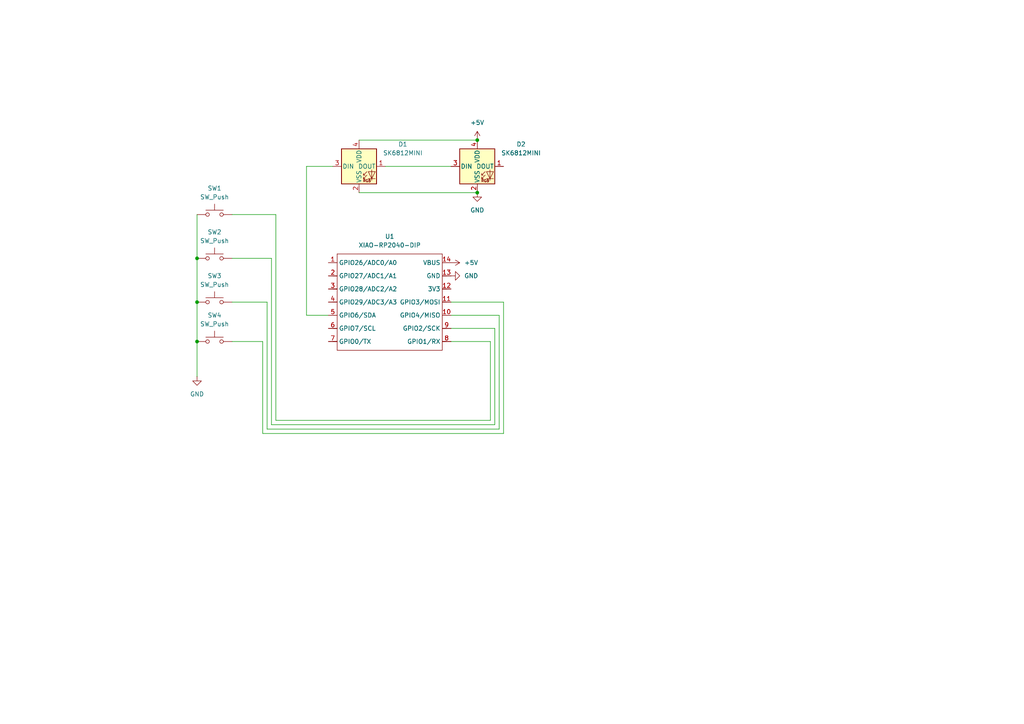
<source format=kicad_sch>
(kicad_sch (version 20250114) (generator "eeschema") (generator_version "9.0")
  (paper "A4")
  (lib_symbols
    (symbol "LED:SK6812MINI" (pin_names (offset 0.254))
      (property "Reference" "D" (at 5.08 5.715 0))
      (property "Value" "SK6812MINI" (at 1.27 -5.715 0))
      (symbol "SK6812MINI_0_0"
        (text "RGB" (at 2.286 -4.191 0) (effects (font (size 0.762 0.762))))
      )
      (symbol "SK6812MINI_0_1"
        (polyline (pts (xy 1.27 -2.54) (xy 1.778 -2.54)))
        (polyline (pts (xy 1.27 -3.556) (xy 1.778 -3.556)))
        (polyline (pts (xy 2.286 -1.524) (xy 1.27 -2.54) (xy 1.27 -2.032)))
        (polyline (pts (xy 2.286 -2.54) (xy 1.27 -3.556) (xy 1.27 -3.048)))
        (polyline (pts (xy 3.683 -1.016) (xy 3.683 -3.556) (xy 3.683 -4.064)))
        (polyline (pts (xy 4.699 -1.524) (xy 2.667 -1.524) (xy 3.683 -3.556) (xy 4.699 -1.524)))
        (polyline (pts (xy 4.699 -3.556) (xy 2.667 -3.556)))
        (rectangle (start 5.08 5.08) (end -5.08 -5.08) (stroke (width 0.254)) (fill (type background)))
      )
      (symbol "SK6812MINI_1_1"
        (pin input line (at -7.62 0 0) (length 2.54) (name "DIN") (number "3"))
        (pin power_in line (at 0 7.62 270) (length 2.54) (name "VDD") (number "4"))
        (pin power_in line (at 0 -7.62 90) (length 2.54) (name "VSS") (number "2"))
        (pin output line (at 7.62 0 180) (length 2.54) (name "DOUT") (number "1"))
      )
    )
    (symbol "OPL:XIAO-RP2040-DIP"
      (property "Reference" "U" (at 0 0 0))
      (property "Value" "XIAO-RP2040-DIP" (at 5.334 -1.778 0))
      (symbol "XIAO-RP2040-DIP_1_0"
        (polyline (pts (xy -1.27 -2.54) (xy 29.21 -2.54)) (stroke (width 0.1524)))
        (polyline (pts (xy -1.27 -5.08) (xy -2.54 -5.08)) (stroke (width 0.1524)))
        (polyline (pts (xy -1.27 -5.08) (xy -1.27 -2.54)) (stroke (width 0.1524)))
        (polyline (pts (xy -1.27 -8.89) (xy -2.54 -8.89)) (stroke (width 0.1524)))
        (polyline (pts (xy -1.27 -8.89) (xy -1.27 -5.08)) (stroke (width 0.1524)))
        (polyline (pts (xy -1.27 -12.7) (xy -2.54 -12.7)) (stroke (width 0.1524)))
        (polyline (pts (xy -1.27 -12.7) (xy -1.27 -8.89)) (stroke (width 0.1524)))
        (polyline (pts (xy -1.27 -16.51) (xy -2.54 -16.51)) (stroke (width 0.1524)))
        (polyline (pts (xy -1.27 -16.51) (xy -1.27 -12.7)) (stroke (width 0.1524)))
        (polyline (pts (xy -1.27 -20.32) (xy -2.54 -20.32)) (stroke (width 0.1524)))
        (polyline (pts (xy -1.27 -24.13) (xy -2.54 -24.13)) (stroke (width 0.1524)))
        (polyline (pts (xy -1.27 -27.94) (xy -2.54 -27.94)) (stroke (width 0.1524)))
        (polyline (pts (xy -1.27 -30.48) (xy -1.27 -16.51)) (stroke (width 0.1524)))
        (polyline (pts (xy 29.21 -2.54) (xy 29.21 -5.08)) (stroke (width 0.1524)))
        (polyline (pts (xy 29.21 -5.08) (xy 29.21 -8.89)) (stroke (width 0.1524)))
        (polyline (pts (xy 29.21 -8.89) (xy 29.21 -12.7)) (stroke (width 0.1524)))
        (polyline (pts (xy 29.21 -12.7) (xy 29.21 -30.48)) (stroke (width 0.1524)))
        (polyline (pts (xy 29.21 -30.48) (xy -1.27 -30.48)) (stroke (width 0.1524)))
        (polyline (pts (xy 30.48 -5.08) (xy 29.21 -5.08)) (stroke (width 0.1524)))
        (polyline (pts (xy 30.48 -8.89) (xy 29.21 -8.89)) (stroke (width 0.1524)))
        (polyline (pts (xy 30.48 -12.7) (xy 29.21 -12.7)) (stroke (width 0.1524)))
        (polyline (pts (xy 30.48 -16.51) (xy 29.21 -16.51)) (stroke (width 0.1524)))
        (polyline (pts (xy 30.48 -20.32) (xy 29.21 -20.32)) (stroke (width 0.1524)))
        (polyline (pts (xy 30.48 -24.13) (xy 29.21 -24.13)) (stroke (width 0.1524)))
        (polyline (pts (xy 30.48 -27.94) (xy 29.21 -27.94)) (stroke (width 0.1524)))
        (pin passive line (at -3.81 -5.08 0) (length 2.54) (name "GPIO26/ADC0/A0") (number "1"))
        (pin passive line (at -3.81 -8.89 0) (length 2.54) (name "GPIO27/ADC1/A1") (number "2"))
        (pin passive line (at -3.81 -12.7 0) (length 2.54) (name "GPIO28/ADC2/A2") (number "3"))
        (pin passive line (at -3.81 -16.51 0) (length 2.54) (name "GPIO29/ADC3/A3") (number "4"))
        (pin passive line (at -3.81 -20.32 0) (length 2.54) (name "GPIO6/SDA") (number "5"))
        (pin passive line (at -3.81 -24.13 0) (length 2.54) (name "GPIO7/SCL") (number "6"))
        (pin passive line (at -3.81 -27.94 0) (length 2.54) (name "GPIO0/TX") (number "7"))
        (pin passive line (at 31.75 -5.08 180) (length 2.54) (name "VBUS") (number "14"))
        (pin passive line (at 31.75 -8.89 180) (length 2.54) (name "GND") (number "13"))
        (pin passive line (at 31.75 -12.7 180) (length 2.54) (name "3V3") (number "12"))
        (pin passive line (at 31.75 -16.51 180) (length 2.54) (name "GPIO3/MOSI") (number "11"))
        (pin passive line (at 31.75 -20.32 180) (length 2.54) (name "GPIO4/MISO") (number "10"))
        (pin passive line (at 31.75 -24.13 180) (length 2.54) (name "GPIO2/SCK") (number "9"))
        (pin passive line (at 31.75 -27.94 180) (length 2.54) (name "GPIO1/RX") (number "8"))
      )
    )
    (symbol "Switch:SW_Push" (pin_numbers (hide yes)) (pin_names (offset 1.016) (hide yes))
      (property "Reference" "SW" (at 1.27 2.54 0))
      (property "Value" "SW_Push" (at 0 -1.524 0))
      (symbol "SW_Push_0_1"
        (circle (center -2.032 0) (radius 0.508))
        (polyline (pts (xy 0 1.27) (xy 0 3.048)))
        (circle (center 2.032 0) (radius 0.508))
        (polyline (pts (xy 2.54 1.27) (xy -2.54 1.27)))
        (pin passive line (at -5.08 0 0) (length 2.54) (name "1") (number "1"))
        (pin passive line (at 5.08 0 180) (length 2.54) (name "2") (number "2"))
      )
    )
    (symbol "power:+5V" (power) (pin_numbers (hide yes)) (pin_names (offset 0) (hide yes))
      (property "Value" "+5V" (at 0 3.556 0))
      (symbol "+5V_0_1"
        (polyline (pts (xy -0.762 1.27) (xy 0 2.54)))
        (polyline (pts (xy 0 2.54) (xy 0.762 1.27)))
        (polyline (pts (xy 0 0) (xy 0 2.54)))
      )
      (symbol "+5V_1_1"
        (pin power_in line (at 0 0 90) (length 0) (name "~") (number "1"))
      )
    )
    (symbol "power:GND" (power) (pin_numbers (hide yes)) (pin_names (offset 0) (hide yes))
      (property "Value" "GND" (at 0 -3.81 0))
      (symbol "GND_0_1"
        (polyline (pts (xy 0 0) (xy 0 -1.27) (xy 1.27 -1.27) (xy 0 -2.54) (xy -1.27 -1.27) (xy 0 -1.27)))
      )
      (symbol "GND_1_1"
        (pin power_in line (at 0 0 270) (length 0) (name "~") (number "1"))
      )
    )
  )
  (junction (at 138.43 55.88))
  (junction (at 138.43 40.64))
  (junction (at 57.15 99.06))
  (junction (at 57.15 74.93))
  (junction (at 57.15 87.63))
  (wire (pts (xy 104.14 55.88) (xy 138.43 55.88)))
  (wire (pts (xy 76.2 125.73) (xy 146.05 125.73)))
  (wire (pts (xy 57.15 62.23) (xy 57.15 74.93)))
  (wire (pts (xy 67.31 99.06) (xy 76.2 99.06)))
  (wire (pts (xy 57.15 99.06) (xy 57.15 109.22)))
  (wire (pts (xy 143.51 123.19) (xy 143.51 95.25)))
  (wire (pts (xy 144.78 91.44) (xy 144.78 124.46)))
  (wire (pts (xy 104.14 40.64) (xy 138.43 40.64)))
  (wire (pts (xy 57.15 74.93) (xy 57.15 87.63)))
  (wire (pts (xy 144.78 124.46) (xy 77.47 124.46)))
  (wire (pts (xy 130.81 99.06) (xy 142.24 99.06)))
  (wire (pts (xy 130.81 91.44) (xy 144.78 91.44)))
  (wire (pts (xy 142.24 99.06) (xy 142.24 121.92)))
  (wire (pts (xy 67.31 87.63) (xy 77.47 87.63)))
  (wire (pts (xy 88.9 48.26) (xy 96.52 48.26)))
  (wire (pts (xy 142.24 121.92) (xy 80.01 121.92)))
  (wire (pts (xy 76.2 99.06) (xy 76.2 125.73)))
  (wire (pts (xy 88.9 48.26) (xy 88.9 91.44)))
  (wire (pts (xy 143.51 95.25) (xy 130.81 95.25)))
  (wire (pts (xy 111.76 48.26) (xy 130.81 48.26)))
  (wire (pts (xy 95.25 91.44) (xy 88.9 91.44)))
  (wire (pts (xy 146.05 125.73) (xy 146.05 87.63)))
  (wire (pts (xy 67.31 74.93) (xy 78.74 74.93)))
  (wire (pts (xy 77.47 124.46) (xy 77.47 87.63)))
  (wire (pts (xy 78.74 123.19) (xy 143.51 123.19)))
  (wire (pts (xy 80.01 121.92) (xy 80.01 62.23)))
  (wire (pts (xy 146.05 87.63) (xy 130.81 87.63)))
  (wire (pts (xy 57.15 87.63) (xy 57.15 99.06)))
  (wire (pts (xy 67.31 62.23) (xy 80.01 62.23)))
  (wire (pts (xy 78.74 74.93) (xy 78.74 123.19)))
  (symbol (lib_id "OPL:XIAO-RP2040-DIP") (at 99.06 71.12 0) (unit 1)
    (property "Reference" "U1" (at 113.03 68.58 0))
    (property "Value" "XIAO-RP2040-DIP" (at 113.03 71.12 0))
    (property "Footprint" "OPL:XIAO-RP2040-DIP" (effects (hide yes)))
  )
  (symbol (lib_id "power:+5V") (at 138.43 40.64 0) (unit 1)
    (property "Reference" "#PWR02" (effects (hide yes)))
    (property "Value" "+5V" (at 138.43 35.56 0))
    (property "Description" "Power symbol creates a global label with name \"+5V\"" (effects (hide yes)))
  )
  (symbol (lib_id "Switch:SW_Push") (at 62.23 74.93 0) (unit 1)
    (property "Reference" "SW2" (at 62.23 67.31 0))
    (property "Value" "SW_Push" (at 62.23 69.85 0))
    (property "Footprint" "Button_Switch_Keyboard:SW_Cherry_MX_1.00u_Plate" (effects (hide yes)))
    (property "Description" "Push button switch, generic, two pins" (effects (hide yes)))
  )
  (symbol (lib_id "LED:SK6812MINI") (at 104.14 48.26 0) (unit 1)
    (property "Reference" "D1" (at 116.84 41.8398 0))
    (property "Value" "SK6812MINI" (at 116.84 44.3798 0))
    (property "Footprint" "LED_SMD:LED_SK6812MINI_PLCC4_3.5x3.5mm_P1.75mm" (effects (hide yes)))
    (property "Datasheet" "https://cdn-shop.adafruit.com/product-files/2686/SK6812MINI_REV.01-1-2.pdf" (effects (hide yes)))
    (property "Description" "RGB LED with integrated controller" (effects (hide yes)))
  )
  (symbol (lib_id "power:GND") (at 57.15 109.22 0) (unit 1)
    (property "Reference" "#PWR05" (effects (hide yes)))
    (property "Value" "GND" (at 57.15 114.3 0))
    (property "Description" "Power symbol creates a global label with name \"GND\" , ground" (effects (hide yes)))
  )
  (symbol (lib_id "Switch:SW_Push") (at 62.23 87.63 0) (unit 1)
    (property "Reference" "SW3" (at 62.23 80.01 0))
    (property "Value" "SW_Push" (at 62.23 82.55 0))
    (property "Footprint" "Button_Switch_Keyboard:SW_Cherry_MX_1.00u_Plate" (effects (hide yes)))
    (property "Description" "Push button switch, generic, two pins" (effects (hide yes)))
  )
  (symbol (lib_id "power:GND") (at 130.81 80.01 90) (unit 1)
    (property "Reference" "#PWR04" (effects (hide yes)))
    (property "Value" "GND" (at 134.62 80.0099 90) (effects (justify right)))
    (property "Description" "Power symbol creates a global label with name \"GND\" , ground" (effects (hide yes)))
  )
  (symbol (lib_id "Switch:SW_Push") (at 62.23 62.23 0) (unit 1)
    (property "Reference" "SW1" (at 62.23 54.61 0))
    (property "Value" "SW_Push" (at 62.23 57.15 0))
    (property "Footprint" "Button_Switch_Keyboard:SW_Cherry_MX_1.00u_PCB" (effects (hide yes)))
    (property "Description" "Push button switch, generic, two pins" (effects (hide yes)))
  )
  (symbol (lib_id "power:GND") (at 138.43 55.88 0) (unit 1)
    (property "Reference" "#PWR01" (effects (hide yes)))
    (property "Value" "GND" (at 138.43 60.96 0))
    (property "Description" "Power symbol creates a global label with name \"GND\" , ground" (effects (hide yes)))
  )
  (symbol (lib_id "power:+5V") (at 130.81 76.2 270) (unit 1)
    (property "Reference" "#PWR03" (effects (hide yes)))
    (property "Value" "+5V" (at 134.62 76.1999 90) (effects (justify left)))
    (property "Description" "Power symbol creates a global label with name \"+5V\"" (effects (hide yes)))
  )
  (symbol (lib_id "Switch:SW_Push") (at 62.23 99.06 0) (unit 1)
    (property "Reference" "SW4" (at 62.23 91.44 0))
    (property "Value" "SW_Push" (at 62.23 93.98 0))
    (property "Footprint" "Button_Switch_Keyboard:SW_Cherry_MX_1.00u_Plate" (effects (hide yes)))
    (property "Description" "Push button switch, generic, two pins" (effects (hide yes)))
  )
  (symbol (lib_id "LED:SK6812MINI") (at 138.43 48.26 0) (unit 1)
    (property "Reference" "D2" (at 151.13 41.8398 0))
    (property "Value" "SK6812MINI" (at 151.13 44.3798 0))
    (property "Footprint" "LED_SMD:LED_SK6812MINI_PLCC4_3.5x3.5mm_P1.75mm" (effects (hide yes)))
    (property "Datasheet" "https://cdn-shop.adafruit.com/product-files/2686/SK6812MINI_REV.01-1-2.pdf" (effects (hide yes)))
    (property "Description" "RGB LED with integrated controller" (effects (hide yes)))
  )
)
</source>
